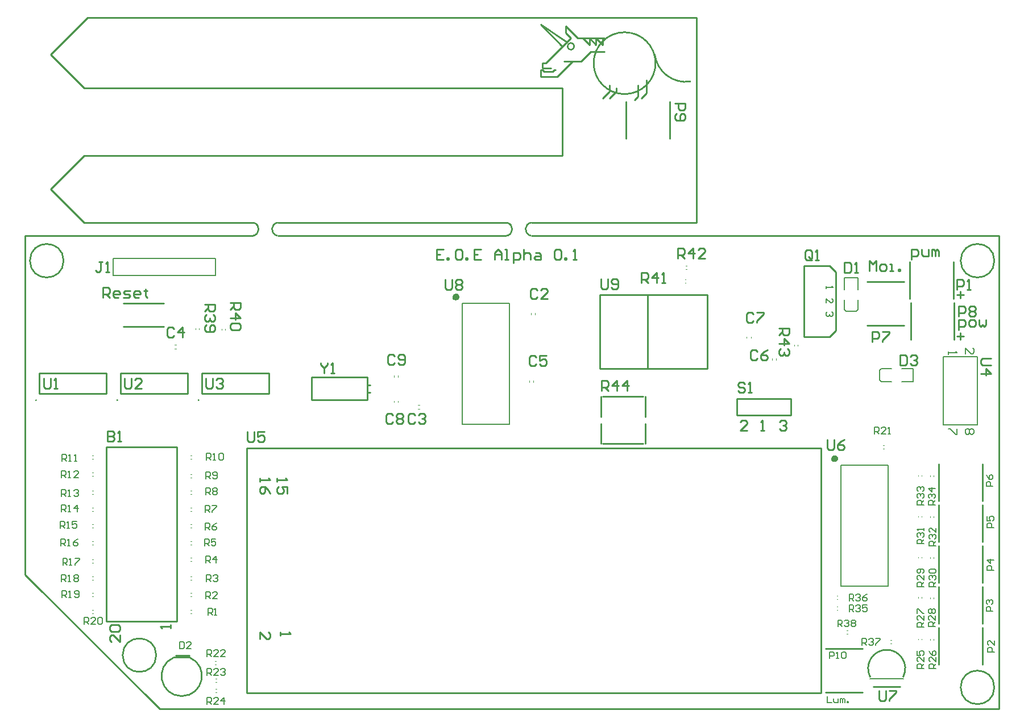
<source format=gto>
%FSLAX44Y44*%
%MOMM*%
G71*
G01*
G75*
G04 Layer_Color=65535*
%ADD10R,1.4000X1.3000*%
%ADD11R,1.0000X1.1000*%
%ADD12R,0.6000X1.5500*%
%ADD13R,1.1000X1.0000*%
%ADD14R,2.0000X0.6000*%
%ADD15R,6.1000X10.1600*%
%ADD16R,3.0000X2.3000*%
%ADD17R,2.0000X0.7000*%
%ADD18R,1.3000X1.4000*%
%ADD19C,0.2540*%
%ADD20C,0.5000*%
%ADD21C,1.5000*%
%ADD22C,1.0000*%
%ADD23C,0.7000*%
%ADD24C,7.0000*%
%ADD25C,0.4000*%
%ADD26C,2.0000*%
%ADD27C,2.0000*%
%ADD28R,1.6000X1.6000*%
%ADD29R,1.6000X1.6000*%
%ADD30C,1.8000*%
%ADD31C,1.5000*%
%ADD32R,1.5000X1.5000*%
%ADD33O,2.0000X1.1000*%
%ADD34O,1.0000X2.0000*%
%ADD35C,0.5000*%
%ADD36C,1.2000*%
%ADD37C,2.5000*%
%ADD38R,1.5000X1.5000*%
%ADD39C,2.2000*%
%ADD40O,1.5000X0.7500*%
%ADD41C,0.9000*%
%ADD42C,1.2700*%
%ADD43C,0.2000*%
%ADD44C,0.1000*%
%ADD45C,0.2032*%
D19*
X817500Y987500D02*
G03*
X817500Y987500I-5000J0D01*
G01*
X938598Y962500D02*
G03*
X938598Y962500I-46098J0D01*
G01*
X937500Y975000D02*
G03*
X990000Y935000I46250J6250D01*
G01*
X221299Y76616D02*
G03*
X244632Y76661I11720J-27616D01*
G01*
X1307500Y48000D02*
G03*
X1258000Y48000I-24750J12344D01*
G01*
X16050Y460000D02*
G03*
X16050Y460000I-50J0D01*
G01*
X137050Y460000D02*
G03*
X137050Y460000I-50J0D01*
G01*
X258050D02*
G03*
X258050Y460000I-50J0D01*
G01*
X195000Y80000D02*
G03*
X195000Y80000I-25000J0D01*
G01*
X57000Y668000D02*
G03*
X57000Y668000I-25000J0D01*
G01*
X1443000D02*
G03*
X1443000Y668000I-25000J0D01*
G01*
Y32000D02*
G03*
X1443000Y32000I-25000J0D01*
G01*
X1382500Y611000D02*
Y666000D01*
X1317500Y611000D02*
Y666000D01*
X1360500Y66000D02*
Y121000D01*
X1425500Y66000D02*
Y121000D01*
Y127000D02*
Y182000D01*
X1360500Y127000D02*
Y182000D01*
X1360500Y188000D02*
Y243000D01*
X1425500Y188000D02*
Y243000D01*
Y249000D02*
Y304000D01*
X1360500Y249000D02*
Y304000D01*
Y310000D02*
Y365000D01*
X1425500Y310000D02*
Y365000D01*
X1254000Y636500D02*
X1309000D01*
X1254000Y571500D02*
X1309000D01*
X1318500Y550000D02*
Y605000D01*
X1383500Y550000D02*
Y605000D01*
X960000Y850000D02*
Y905000D01*
X895000Y850000D02*
Y905000D01*
X1192000Y89500D02*
X1247000D01*
X1192000Y24500D02*
X1247000D01*
X1060000Y437500D02*
X1140000D01*
X1060000D02*
Y462500D01*
X1140000D01*
Y437500D02*
Y462500D01*
X835000Y1000000D02*
X862500D01*
X805000Y1017500D02*
X822500Y1000000D01*
X835000D01*
X805000Y1007500D02*
Y1017500D01*
Y1007500D02*
X812500Y1000000D01*
X775000Y962500D02*
X812500Y1000000D01*
X770000Y962500D02*
X775000D01*
X770000Y955000D02*
Y962500D01*
Y955000D02*
X782500D01*
X802500Y952500D02*
Y952500D01*
X830000Y1000000D02*
X840000Y990000D01*
Y1000000D01*
X850000Y990000D01*
Y1000000D01*
X860000Y990000D01*
Y1000000D01*
X767500Y942500D02*
X792500D01*
X802500Y952500D01*
X767500Y942500D02*
Y952500D01*
X770000D01*
X772500Y950000D01*
X785000D01*
X787500Y952500D01*
X790000D01*
X827500Y965000D02*
X842500Y980000D01*
X862500D01*
X802500Y952500D02*
X815000Y965000D01*
X802500D02*
X815000D01*
X827500D01*
X912500Y912500D02*
Y930000D01*
X907500Y907500D02*
X912500Y912500D01*
X925000Y917500D02*
Y937500D01*
X917500Y910000D02*
X925000Y917500D01*
X870000Y920000D02*
Y930000D01*
X860000Y910000D02*
X870000Y920000D01*
X880000D02*
Y925000D01*
X870000Y910000D02*
X880000Y920000D01*
X800000Y987500D02*
Y987500D01*
X767500Y1020000D02*
X800000Y987500D01*
X767500Y1020000D02*
X806731Y993846D01*
X221299Y76731D02*
X244632D01*
X224000Y80000D02*
X244000D01*
X1263000Y33000D02*
X1303000D01*
X21000Y500000D02*
X121000D01*
Y470000D02*
Y500000D01*
X21000Y470000D02*
X121000D01*
X21000D02*
Y500000D01*
X142000Y500000D02*
X242000D01*
Y470000D02*
Y500000D01*
X142000Y470000D02*
X242000D01*
X142000D02*
Y500000D01*
X263000D02*
X363000D01*
Y470000D02*
Y500000D01*
X263000Y470000D02*
X363000D01*
X263000D02*
Y500000D01*
X857000Y395250D02*
Y425000D01*
X923000Y395000D02*
Y425000D01*
X857000Y435000D02*
Y465250D01*
X923000Y435000D02*
Y465250D01*
X860000Y395250D02*
X920000D01*
X860000Y465250D02*
X920000D01*
X1015400Y507000D02*
Y617000D01*
X856000D02*
X1015400D01*
X856000Y507000D02*
X1015400D01*
X856000D02*
Y617000D01*
X926500Y507000D02*
Y617000D01*
X146000Y604500D02*
X206000D01*
X146000Y569500D02*
X206000D01*
X1184600Y24000D02*
Y389000D01*
X329600D02*
X1184600D01*
X329600Y24000D02*
X1184600D01*
X329600Y24000D02*
Y389000D01*
X121000Y130000D02*
X226000D01*
X121000D02*
Y390000D01*
X226000D01*
Y130000D02*
Y390000D01*
X426000Y460500D02*
Y494500D01*
X509000Y482500D02*
X514000D01*
X509000Y471900D02*
X514000D01*
X426500Y460500D02*
X509000D01*
X426500Y494500D02*
X509000D01*
Y469000D02*
Y486000D01*
Y460500D02*
Y469000D01*
Y486000D02*
Y494500D01*
X1206700Y564200D02*
Y651000D01*
X1197300Y554800D02*
X1206700Y564200D01*
X1159800Y554800D02*
X1197300D01*
X1197500Y660200D02*
X1206700Y651000D01*
X1159800Y660200D02*
X1197500D01*
X1159800Y554800D02*
Y660200D01*
X1387500Y555118D02*
X1397657D01*
X1392578Y560196D02*
Y550039D01*
X1387500Y617617D02*
X1397657D01*
X1392578Y622696D02*
Y612539D01*
X622657Y685235D02*
X612500D01*
Y670000D01*
X622657D01*
X612500Y677617D02*
X617578D01*
X627735Y670000D02*
Y672539D01*
X630274D01*
Y670000D01*
X627735D01*
X648048Y685235D02*
X642970D01*
X640431Y682696D01*
Y672539D01*
X642970Y670000D01*
X648048D01*
X650588Y672539D01*
Y682696D01*
X648048Y685235D01*
X655666Y670000D02*
Y672539D01*
X658205D01*
Y670000D01*
X655666D01*
X678519Y685235D02*
X668362D01*
Y670000D01*
X678519D01*
X668362Y677617D02*
X673440D01*
X698832Y670000D02*
Y680157D01*
X703910Y685235D01*
X708989Y680157D01*
Y670000D01*
Y677617D01*
X698832D01*
X714067Y670000D02*
X719146D01*
X716606D01*
Y685235D01*
X714067D01*
X726763Y664922D02*
Y680157D01*
X734380D01*
X736920Y677617D01*
Y672539D01*
X734380Y670000D01*
X726763D01*
X741998Y685235D02*
Y670000D01*
Y677617D01*
X744537Y680157D01*
X749616D01*
X752155Y677617D01*
Y670000D01*
X759772Y680157D02*
X764851D01*
X767390Y677617D01*
Y670000D01*
X759772D01*
X757233Y672539D01*
X759772Y675078D01*
X767390D01*
X787703Y682696D02*
X790242Y685235D01*
X795321D01*
X797860Y682696D01*
Y672539D01*
X795321Y670000D01*
X790242D01*
X787703Y672539D01*
Y682696D01*
X802938Y670000D02*
Y672539D01*
X805478D01*
Y670000D01*
X802938D01*
X815634D02*
X820713D01*
X818173D01*
Y685235D01*
X815634Y682696D01*
X1075157Y415000D02*
X1065000D01*
X1075157Y425157D01*
Y427696D01*
X1072617Y430235D01*
X1067539D01*
X1065000Y427696D01*
X1095470Y415000D02*
X1100548D01*
X1098009D01*
Y430235D01*
X1095470Y427696D01*
X1123401D02*
X1125940Y430235D01*
X1131019D01*
X1133558Y427696D01*
Y425157D01*
X1131019Y422617D01*
X1128480D01*
X1131019D01*
X1133558Y420078D01*
Y417539D01*
X1131019Y415000D01*
X1125940D01*
X1123401Y417539D01*
X1220000Y665235D02*
Y650000D01*
X1227617D01*
X1230157Y652539D01*
Y662696D01*
X1227617Y665235D01*
X1220000D01*
X1235235Y650000D02*
X1240313D01*
X1237774D01*
Y665235D01*
X1235235Y662696D01*
X1194562Y401315D02*
Y388619D01*
X1197101Y386080D01*
X1202179D01*
X1204719Y388619D01*
Y401315D01*
X1219954D02*
X1214875Y398776D01*
X1209797Y393698D01*
Y388619D01*
X1212336Y386080D01*
X1217415D01*
X1219954Y388619D01*
Y391158D01*
X1217415Y393698D01*
X1209797D01*
X858266Y474218D02*
Y489453D01*
X865883D01*
X868423Y486914D01*
Y481836D01*
X865883Y479296D01*
X858266D01*
X863344D02*
X868423Y474218D01*
X881119D02*
Y489453D01*
X873501Y481836D01*
X883658D01*
X896354Y474218D02*
Y489453D01*
X888736Y481836D01*
X898893D01*
X1437735Y522500D02*
X1425039D01*
X1422500Y519961D01*
Y514883D01*
X1425039Y512343D01*
X1437735D01*
X1422500Y499647D02*
X1437735D01*
X1430117Y507265D01*
Y497108D01*
X440000Y515235D02*
Y512696D01*
X445078Y507617D01*
X450157Y512696D01*
Y515235D01*
X445078Y507617D02*
Y500000D01*
X455235D02*
X460313D01*
X457774D01*
Y515235D01*
X455235Y512696D01*
X857250Y641091D02*
Y628395D01*
X859789Y625856D01*
X864867D01*
X867407Y628395D01*
Y641091D01*
X872485Y628395D02*
X875024Y625856D01*
X880103D01*
X882642Y628395D01*
Y638552D01*
X880103Y641091D01*
X875024D01*
X872485Y638552D01*
Y636013D01*
X875024Y633474D01*
X882642D01*
X625000Y640235D02*
Y627539D01*
X627539Y625000D01*
X632617D01*
X635157Y627539D01*
Y640235D01*
X640235Y637696D02*
X642774Y640235D01*
X647853D01*
X650392Y637696D01*
Y635157D01*
X647853Y632617D01*
X650392Y630078D01*
Y627539D01*
X647853Y625000D01*
X642774D01*
X640235Y627539D01*
Y630078D01*
X642774Y632617D01*
X640235Y635157D01*
Y637696D01*
X642774Y632617D02*
X647853D01*
X1271000Y27235D02*
Y14539D01*
X1273539Y12000D01*
X1278617D01*
X1281157Y14539D01*
Y27235D01*
X1286235D02*
X1296392D01*
Y24696D01*
X1286235Y14539D01*
Y12000D01*
X330962Y412999D02*
Y400303D01*
X333501Y397764D01*
X338579D01*
X341119Y400303D01*
Y412999D01*
X356354D02*
X346197D01*
Y405382D01*
X351275Y407921D01*
X353815D01*
X356354Y405382D01*
Y400303D01*
X353815Y397764D01*
X348736D01*
X346197Y400303D01*
X268500Y492735D02*
Y480039D01*
X271039Y477500D01*
X276117D01*
X278657Y480039D01*
Y492735D01*
X283735Y490196D02*
X286274Y492735D01*
X291353D01*
X293892Y490196D01*
Y487657D01*
X291353Y485117D01*
X288813D01*
X291353D01*
X293892Y482578D01*
Y480039D01*
X291353Y477500D01*
X286274D01*
X283735Y480039D01*
X147500Y492735D02*
Y480039D01*
X150039Y477500D01*
X155118D01*
X157657Y480039D01*
Y492735D01*
X172892Y477500D02*
X162735D01*
X172892Y487657D01*
Y490196D01*
X170353Y492735D01*
X165274D01*
X162735Y490196D01*
X27500Y492735D02*
Y480039D01*
X30039Y477500D01*
X35117D01*
X37657Y480039D01*
Y492735D01*
X42735Y477500D02*
X47813D01*
X45274D01*
Y492735D01*
X42735Y490196D01*
X1071369Y484120D02*
X1068829Y486659D01*
X1063751D01*
X1061212Y484120D01*
Y481581D01*
X1063751Y479041D01*
X1068829D01*
X1071369Y476502D01*
Y473963D01*
X1068829Y471424D01*
X1063751D01*
X1061212Y473963D01*
X1076447Y471424D02*
X1081525D01*
X1078986D01*
Y486659D01*
X1076447Y484120D01*
X115570Y613410D02*
Y628645D01*
X123188D01*
X125727Y626106D01*
Y621027D01*
X123188Y618488D01*
X115570D01*
X120648D02*
X125727Y613410D01*
X138423D02*
X133344D01*
X130805Y615949D01*
Y621027D01*
X133344Y623567D01*
X138423D01*
X140962Y621027D01*
Y618488D01*
X130805D01*
X146040Y613410D02*
X153658D01*
X156197Y615949D01*
X153658Y618488D01*
X148579D01*
X146040Y621027D01*
X148579Y623567D01*
X156197D01*
X168893Y613410D02*
X163814D01*
X161275Y615949D01*
Y621027D01*
X163814Y623567D01*
X168893D01*
X171432Y621027D01*
Y618488D01*
X161275D01*
X179049Y626106D02*
Y623567D01*
X176510D01*
X181589D01*
X179049D01*
Y615949D01*
X181589Y613410D01*
X1122500Y567500D02*
X1137735D01*
Y559883D01*
X1135196Y557343D01*
X1130117D01*
X1127578Y559883D01*
Y567500D01*
Y562422D02*
X1122500Y557343D01*
Y544647D02*
X1137735D01*
X1130117Y552265D01*
Y542108D01*
X1135196Y537030D02*
X1137735Y534491D01*
Y529412D01*
X1135196Y526873D01*
X1132657D01*
X1130117Y529412D01*
Y531951D01*
Y529412D01*
X1127578Y526873D01*
X1125039D01*
X1122500Y529412D01*
Y534491D01*
X1125039Y537030D01*
X971550Y671068D02*
Y686303D01*
X979167D01*
X981707Y683764D01*
Y678686D01*
X979167Y676146D01*
X971550D01*
X976628D02*
X981707Y671068D01*
X994403D02*
Y686303D01*
X986785Y678686D01*
X996942D01*
X1012177Y671068D02*
X1002020D01*
X1012177Y681225D01*
Y683764D01*
X1009638Y686303D01*
X1004559D01*
X1002020Y683764D01*
X917500Y635000D02*
Y650235D01*
X925117D01*
X927657Y647696D01*
Y642617D01*
X925117Y640078D01*
X917500D01*
X922578D02*
X927657Y635000D01*
X940353D02*
Y650235D01*
X932735Y642617D01*
X942892D01*
X947970Y635000D02*
X953048D01*
X950509D01*
Y650235D01*
X947970Y647696D01*
X305000Y605000D02*
X320235D01*
Y597383D01*
X317696Y594843D01*
X312617D01*
X310078Y597383D01*
Y605000D01*
Y599922D02*
X305000Y594843D01*
Y582147D02*
X320235D01*
X312617Y589765D01*
Y579608D01*
X317696Y574530D02*
X320235Y571991D01*
Y566912D01*
X317696Y564373D01*
X307539D01*
X305000Y566912D01*
Y571991D01*
X307539Y574530D01*
X317696D01*
X267500Y602500D02*
X282735D01*
Y594883D01*
X280196Y592343D01*
X275117D01*
X272578Y594883D01*
Y602500D01*
Y597422D02*
X267500Y592343D01*
X280196Y587265D02*
X282735Y584726D01*
Y579647D01*
X280196Y577108D01*
X277657D01*
X275117Y579647D01*
Y582187D01*
Y579647D01*
X272578Y577108D01*
X270039D01*
X267500Y579647D01*
Y584726D01*
X270039Y587265D01*
Y572030D02*
X267500Y569491D01*
Y564412D01*
X270039Y561873D01*
X280196D01*
X282735Y564412D01*
Y569491D01*
X280196Y572030D01*
X277657D01*
X275117Y569491D01*
Y561873D01*
X1171191Y671575D02*
Y681732D01*
X1168652Y684271D01*
X1163573D01*
X1161034Y681732D01*
Y671575D01*
X1163573Y669036D01*
X1168652D01*
X1166112Y674114D02*
X1171191Y669036D01*
X1168652D02*
X1171191Y671575D01*
X1176269Y669036D02*
X1181347D01*
X1178808D01*
Y684271D01*
X1176269Y681732D01*
X967500Y902500D02*
X982735D01*
Y894883D01*
X980196Y892343D01*
X975117D01*
X972578Y894883D01*
Y902500D01*
X970039Y887265D02*
X967500Y884726D01*
Y879647D01*
X970039Y877108D01*
X980196D01*
X982735Y879647D01*
Y884726D01*
X980196Y887265D01*
X977657D01*
X975117Y884726D01*
Y877108D01*
X1390000Y585000D02*
Y600235D01*
X1397617D01*
X1400157Y597696D01*
Y592617D01*
X1397617Y590078D01*
X1390000D01*
X1405235Y597696D02*
X1407774Y600235D01*
X1412853D01*
X1415392Y597696D01*
Y595157D01*
X1412853Y592617D01*
X1415392Y590078D01*
Y587539D01*
X1412853Y585000D01*
X1407774D01*
X1405235Y587539D01*
Y590078D01*
X1407774Y592617D01*
X1405235Y595157D01*
Y597696D01*
X1407774Y592617D02*
X1412853D01*
X1261000Y547000D02*
Y562235D01*
X1268617D01*
X1271157Y559696D01*
Y554618D01*
X1268617Y552078D01*
X1261000D01*
X1276235Y562235D02*
X1286392D01*
Y559696D01*
X1276235Y549539D01*
Y547000D01*
X1387500Y625000D02*
Y640235D01*
X1395117D01*
X1397657Y637696D01*
Y632617D01*
X1395117Y630078D01*
X1387500D01*
X1402735Y625000D02*
X1407813D01*
X1405274D01*
Y640235D01*
X1402735Y637696D01*
X115157Y666235D02*
X110078D01*
X112618D01*
Y653539D01*
X110078Y651000D01*
X107539D01*
X105000Y653539D01*
X120235Y651000D02*
X125313D01*
X122774D01*
Y666235D01*
X120235Y663696D01*
X1302500Y527735D02*
Y512500D01*
X1310117D01*
X1312657Y515039D01*
Y525196D01*
X1310117Y527735D01*
X1302500D01*
X1317735Y525196D02*
X1320274Y527735D01*
X1325353D01*
X1327892Y525196D01*
Y522657D01*
X1325353Y520117D01*
X1322813D01*
X1325353D01*
X1327892Y517578D01*
Y515039D01*
X1325353Y512500D01*
X1320274D01*
X1317735Y515039D01*
X549657Y526196D02*
X547118Y528735D01*
X542039D01*
X539500Y526196D01*
Y516039D01*
X542039Y513500D01*
X547118D01*
X549657Y516039D01*
X554735D02*
X557274Y513500D01*
X562353D01*
X564892Y516039D01*
Y526196D01*
X562353Y528735D01*
X557274D01*
X554735Y526196D01*
Y523657D01*
X557274Y521118D01*
X564892D01*
X547657Y437696D02*
X545117Y440235D01*
X540039D01*
X537500Y437696D01*
Y427539D01*
X540039Y425000D01*
X545117D01*
X547657Y427539D01*
X552735Y437696D02*
X555274Y440235D01*
X560353D01*
X562892Y437696D01*
Y435157D01*
X560353Y432617D01*
X562892Y430078D01*
Y427539D01*
X560353Y425000D01*
X555274D01*
X552735Y427539D01*
Y430078D01*
X555274Y432617D01*
X552735Y435157D01*
Y437696D01*
X555274Y432617D02*
X560353D01*
X1084069Y588768D02*
X1081529Y591307D01*
X1076451D01*
X1073912Y588768D01*
Y578611D01*
X1076451Y576072D01*
X1081529D01*
X1084069Y578611D01*
X1089147Y591307D02*
X1099304D01*
Y588768D01*
X1089147Y578611D01*
Y576072D01*
X1090157Y532696D02*
X1087617Y535235D01*
X1082539D01*
X1080000Y532696D01*
Y522539D01*
X1082539Y520000D01*
X1087617D01*
X1090157Y522539D01*
X1105392Y535235D02*
X1100313Y532696D01*
X1095235Y527617D01*
Y522539D01*
X1097774Y520000D01*
X1102853D01*
X1105392Y522539D01*
Y525078D01*
X1102853Y527617D01*
X1095235D01*
X760727Y523744D02*
X758187Y526283D01*
X753109D01*
X750570Y523744D01*
Y513587D01*
X753109Y511048D01*
X758187D01*
X760727Y513587D01*
X775962Y526283D02*
X765805D01*
Y518666D01*
X770883Y521205D01*
X773423D01*
X775962Y518666D01*
Y513587D01*
X773423Y511048D01*
X768344D01*
X765805Y513587D01*
X221231Y566416D02*
X218692Y568955D01*
X213613D01*
X211074Y566416D01*
Y556259D01*
X213613Y553720D01*
X218692D01*
X221231Y556259D01*
X233927Y553720D02*
Y568955D01*
X226309Y561338D01*
X236466D01*
X580157Y437696D02*
X577617Y440235D01*
X572539D01*
X570000Y437696D01*
Y427539D01*
X572539Y425000D01*
X577617D01*
X580157Y427539D01*
X585235Y437696D02*
X587774Y440235D01*
X592853D01*
X595392Y437696D01*
Y435157D01*
X592853Y432617D01*
X590313D01*
X592853D01*
X595392Y430078D01*
Y427539D01*
X592853Y425000D01*
X587774D01*
X585235Y427539D01*
X762759Y623820D02*
X760219Y626359D01*
X755141D01*
X752602Y623820D01*
Y613663D01*
X755141Y611124D01*
X760219D01*
X762759Y613663D01*
X777994Y611124D02*
X767837D01*
X777994Y621281D01*
Y623820D01*
X775455Y626359D01*
X770376D01*
X767837Y623820D01*
X122174Y414015D02*
Y398780D01*
X129791D01*
X132331Y401319D01*
Y403858D01*
X129791Y406398D01*
X122174D01*
X129791D01*
X132331Y408937D01*
Y411476D01*
X129791Y414015D01*
X122174D01*
X137409Y398780D02*
X142487D01*
X139948D01*
Y414015D01*
X137409Y411476D01*
X1390000Y564922D02*
Y580157D01*
X1397617D01*
X1400157Y577617D01*
Y572539D01*
X1397617Y570000D01*
X1390000D01*
X1407774D02*
X1412853D01*
X1415392Y572539D01*
Y577617D01*
X1412853Y580157D01*
X1407774D01*
X1405235Y577617D01*
Y572539D01*
X1407774Y570000D01*
X1420470Y580157D02*
Y572539D01*
X1423009Y570000D01*
X1425549Y572539D01*
X1428088Y570000D01*
X1430627Y572539D01*
Y580157D01*
X1320000Y669922D02*
Y685157D01*
X1327617D01*
X1330157Y682617D01*
Y677539D01*
X1327617Y675000D01*
X1320000D01*
X1335235Y685157D02*
Y677539D01*
X1337774Y675000D01*
X1345392D01*
Y685157D01*
X1350470Y675000D02*
Y685157D01*
X1353009D01*
X1355549Y682617D01*
Y675000D01*
Y682617D01*
X1358088Y685157D01*
X1360627Y682617D01*
Y675000D01*
X1257000Y653000D02*
Y668235D01*
X1262078Y663157D01*
X1267157Y668235D01*
Y653000D01*
X1274774D02*
X1279853D01*
X1282392Y655539D01*
Y660618D01*
X1279853Y663157D01*
X1274774D01*
X1272235Y660618D01*
Y655539D01*
X1274774Y653000D01*
X1287470D02*
X1292549D01*
X1290009D01*
Y663157D01*
X1287470D01*
X1300166Y653000D02*
Y655539D01*
X1302705D01*
Y653000D01*
X1300166D01*
X379600Y114000D02*
Y108922D01*
Y111461D01*
X394835D01*
X392296Y114000D01*
X349600Y103843D02*
Y114000D01*
X359757Y103843D01*
X362296D01*
X364835Y106383D01*
Y111461D01*
X362296Y114000D01*
X374600Y344000D02*
Y338922D01*
Y341461D01*
X389835D01*
X387296Y344000D01*
X389835Y321147D02*
Y331304D01*
X382217D01*
X384757Y326226D01*
Y323687D01*
X382217Y321147D01*
X377139D01*
X374600Y323687D01*
Y328765D01*
X377139Y331304D01*
X349600Y344000D02*
Y338922D01*
Y341461D01*
X364835D01*
X362296Y344000D01*
X364835Y321147D02*
X362296Y326226D01*
X357217Y331304D01*
X352139D01*
X349600Y328765D01*
Y323687D01*
X352139Y321147D01*
X354678D01*
X357217Y323687D01*
Y331304D01*
X216000Y120000D02*
Y125078D01*
Y122539D01*
X200765D01*
X203304Y120000D01*
X141000Y110157D02*
Y100000D01*
X130843Y110157D01*
X128304D01*
X125765Y107618D01*
Y102539D01*
X128304Y100000D01*
Y115235D02*
X125765Y117774D01*
Y122853D01*
X128304Y125392D01*
X138461D01*
X141000Y122853D01*
Y117774D01*
X138461Y115235D01*
X128304D01*
X338805Y705086D02*
G03*
X340088Y724659I-1305J9914D01*
G01*
X376195Y724914D02*
G03*
X374912Y705341I1305J-9914D01*
G01*
X753781Y724914D02*
G03*
X752498Y705341I1305J-9914D01*
G01*
X716392Y705086D02*
G03*
X717674Y724659I-1305J9914D01*
G01*
X-0Y200000D02*
Y705000D01*
Y200000D02*
X200000Y0D01*
X1450000D01*
Y705000D01*
X1450000Y705000D02*
X1450000Y705000D01*
X1000000Y705000D02*
X1450000D01*
X999915Y705086D02*
X1000000Y705000D01*
X753695Y705086D02*
X999915D01*
X753695Y724914D02*
X999914D01*
X1000000Y725000D01*
Y1030000D01*
X92500D02*
X1000000D01*
X37500Y975000D02*
X92500Y1030000D01*
X37500Y975000D02*
X87500Y925000D01*
X800000D01*
Y825000D02*
Y925000D01*
X87500Y825000D02*
X800000D01*
X37500Y775000D02*
X87500Y825000D01*
X37500Y775000D02*
X87500Y725000D01*
X339853D01*
X86Y705086D02*
X338805D01*
X-0Y705000D02*
X86Y705086D01*
X376195Y724914D02*
X717439D01*
X376195Y705086D02*
X716305D01*
D22*
X1205500Y373000D02*
G03*
X1205500Y373000I-500J0D01*
G01*
X641500Y614000D02*
G03*
X641500Y614000I-500J0D01*
G01*
D43*
X1367300Y423600D02*
Y525200D01*
X1418100Y423600D02*
Y525200D01*
X1367300D02*
X1418100D01*
X1367300Y423600D02*
X1418100D01*
X1240000Y595000D02*
Y610000D01*
X1237500Y592500D02*
X1240000Y595000D01*
X1222500Y592500D02*
X1237500D01*
X1220000Y595000D02*
X1222500Y592500D01*
X1220000Y595000D02*
Y610000D01*
X1240000Y625000D02*
Y642500D01*
X1220000D02*
X1240000D01*
X1220000Y625000D02*
Y642500D01*
X1258000Y44550D02*
X1307500D01*
X1215000Y182850D02*
Y363450D01*
X1285000Y182850D02*
Y363450D01*
X1215000D02*
X1285000D01*
X1215000Y183000D02*
X1285000Y182850D01*
X131300Y646300D02*
Y671700D01*
X283700Y646300D02*
Y671700D01*
X131300Y646300D02*
X283700D01*
X131300Y671700D02*
X283700D01*
X651000Y424000D02*
X721000Y423850D01*
X651000Y604450D02*
X721000D01*
Y423850D02*
Y604450D01*
X651000Y423850D02*
Y604450D01*
X1275000Y487500D02*
X1290000D01*
X1272500Y490000D02*
X1275000Y487500D01*
X1272500Y490000D02*
Y505000D01*
X1275000Y507500D01*
X1290000D01*
X1305000Y487500D02*
X1322500D01*
Y507500D01*
X1305000D02*
X1322500D01*
X1210000Y122500D02*
Y132497D01*
X1214998D01*
X1216665Y130831D01*
Y127498D01*
X1214998Y125832D01*
X1210000D01*
X1213332D02*
X1216665Y122500D01*
X1219997Y130831D02*
X1221663Y132497D01*
X1224995D01*
X1226661Y130831D01*
Y129164D01*
X1224995Y127498D01*
X1223329D01*
X1224995D01*
X1226661Y125832D01*
Y124166D01*
X1224995Y122500D01*
X1221663D01*
X1219997Y124166D01*
X1229994Y130831D02*
X1231660Y132497D01*
X1234992D01*
X1236658Y130831D01*
Y129164D01*
X1234992Y127498D01*
X1236658Y125832D01*
Y124166D01*
X1234992Y122500D01*
X1231660D01*
X1229994Y124166D01*
Y125832D01*
X1231660Y127498D01*
X1229994Y129164D01*
Y130831D01*
X1231660Y127498D02*
X1234992D01*
X1246000Y95000D02*
Y104997D01*
X1250998D01*
X1252664Y103331D01*
Y99998D01*
X1250998Y98332D01*
X1246000D01*
X1249332D02*
X1252664Y95000D01*
X1255997Y103331D02*
X1257663Y104997D01*
X1260995D01*
X1262661Y103331D01*
Y101664D01*
X1260995Y99998D01*
X1259329D01*
X1260995D01*
X1262661Y98332D01*
Y96666D01*
X1260995Y95000D01*
X1257663D01*
X1255997Y96666D01*
X1265994Y104997D02*
X1272658D01*
Y103331D01*
X1265994Y96666D01*
Y95000D01*
X1227000Y161000D02*
Y170997D01*
X1231998D01*
X1233664Y169331D01*
Y165998D01*
X1231998Y164332D01*
X1227000D01*
X1230332D02*
X1233664Y161000D01*
X1236997Y169331D02*
X1238663Y170997D01*
X1241995D01*
X1243661Y169331D01*
Y167665D01*
X1241995Y165998D01*
X1240329D01*
X1241995D01*
X1243661Y164332D01*
Y162666D01*
X1241995Y161000D01*
X1238663D01*
X1236997Y162666D01*
X1253658Y170997D02*
X1250326Y169331D01*
X1246994Y165998D01*
Y162666D01*
X1248660Y161000D01*
X1251992D01*
X1253658Y162666D01*
Y164332D01*
X1251992Y165998D01*
X1246994D01*
X1227000Y145000D02*
Y154997D01*
X1231998D01*
X1233664Y153331D01*
Y149998D01*
X1231998Y148332D01*
X1227000D01*
X1230332D02*
X1233664Y145000D01*
X1236997Y153331D02*
X1238663Y154997D01*
X1241995D01*
X1243661Y153331D01*
Y151664D01*
X1241995Y149998D01*
X1240329D01*
X1241995D01*
X1243661Y148332D01*
Y146666D01*
X1241995Y145000D01*
X1238663D01*
X1236997Y146666D01*
X1253658Y154997D02*
X1246994D01*
Y149998D01*
X1250326Y151664D01*
X1251992D01*
X1253658Y149998D01*
Y146666D01*
X1251992Y145000D01*
X1248660D01*
X1246994Y146666D01*
X1355000Y303750D02*
X1345003D01*
Y308748D01*
X1346669Y310415D01*
X1350002D01*
X1351668Y308748D01*
Y303750D01*
Y307082D02*
X1355000Y310415D01*
X1346669Y313747D02*
X1345003Y315413D01*
Y318745D01*
X1346669Y320411D01*
X1348336D01*
X1350002Y318745D01*
Y317079D01*
Y318745D01*
X1351668Y320411D01*
X1353334D01*
X1355000Y318745D01*
Y315413D01*
X1353334Y313747D01*
X1355000Y328742D02*
X1345003D01*
X1350002Y323744D01*
Y330408D01*
X1338000Y304000D02*
X1328003D01*
Y308998D01*
X1329669Y310665D01*
X1333002D01*
X1334668Y308998D01*
Y304000D01*
Y307332D02*
X1338000Y310665D01*
X1329669Y313997D02*
X1328003Y315663D01*
Y318995D01*
X1329669Y320661D01*
X1331335D01*
X1333002Y318995D01*
Y317329D01*
Y318995D01*
X1334668Y320661D01*
X1336334D01*
X1338000Y318995D01*
Y315663D01*
X1336334Y313997D01*
X1329669Y323994D02*
X1328003Y325660D01*
Y328992D01*
X1329669Y330658D01*
X1331335D01*
X1333002Y328992D01*
Y327326D01*
Y328992D01*
X1334668Y330658D01*
X1336334D01*
X1338000Y328992D01*
Y325660D01*
X1336334Y323994D01*
X1356000Y243000D02*
X1346003D01*
Y247998D01*
X1347669Y249664D01*
X1351002D01*
X1352668Y247998D01*
Y243000D01*
Y246332D02*
X1356000Y249664D01*
X1347669Y252997D02*
X1346003Y254663D01*
Y257995D01*
X1347669Y259661D01*
X1349335D01*
X1351002Y257995D01*
Y256329D01*
Y257995D01*
X1352668Y259661D01*
X1354334D01*
X1356000Y257995D01*
Y254663D01*
X1354334Y252997D01*
X1356000Y269658D02*
Y262994D01*
X1349335Y269658D01*
X1347669D01*
X1346003Y267992D01*
Y264660D01*
X1347669Y262994D01*
X1338000Y246000D02*
X1328003D01*
Y250998D01*
X1329669Y252665D01*
X1333002D01*
X1334668Y250998D01*
Y246000D01*
Y249332D02*
X1338000Y252665D01*
X1329669Y255997D02*
X1328003Y257663D01*
Y260995D01*
X1329669Y262661D01*
X1331335D01*
X1333002Y260995D01*
Y259329D01*
Y260995D01*
X1334668Y262661D01*
X1336334D01*
X1338000Y260995D01*
Y257663D01*
X1336334Y255997D01*
X1338000Y265994D02*
Y269326D01*
Y267660D01*
X1328003D01*
X1329669Y265994D01*
X1356000Y182000D02*
X1346003D01*
Y186998D01*
X1347669Y188664D01*
X1351002D01*
X1352668Y186998D01*
Y182000D01*
Y185332D02*
X1356000Y188664D01*
X1347669Y191997D02*
X1346003Y193663D01*
Y196995D01*
X1347669Y198661D01*
X1349335D01*
X1351002Y196995D01*
Y195329D01*
Y196995D01*
X1352668Y198661D01*
X1354334D01*
X1356000Y196995D01*
Y193663D01*
X1354334Y191997D01*
X1347669Y201994D02*
X1346003Y203660D01*
Y206992D01*
X1347669Y208658D01*
X1354334D01*
X1356000Y206992D01*
Y203660D01*
X1354334Y201994D01*
X1347669D01*
X1338000Y182000D02*
X1328003D01*
Y186998D01*
X1329669Y188664D01*
X1333002D01*
X1334668Y186998D01*
Y182000D01*
Y185332D02*
X1338000Y188664D01*
Y198661D02*
Y191997D01*
X1331335Y198661D01*
X1329669D01*
X1328003Y196995D01*
Y193663D01*
X1329669Y191997D01*
X1336334Y201994D02*
X1338000Y203660D01*
Y206992D01*
X1336334Y208658D01*
X1329669D01*
X1328003Y206992D01*
Y203660D01*
X1329669Y201994D01*
X1331335D01*
X1333002Y203660D01*
Y208658D01*
X1355000Y122500D02*
X1345003D01*
Y127498D01*
X1346669Y129164D01*
X1350002D01*
X1351668Y127498D01*
Y122500D01*
Y125832D02*
X1355000Y129164D01*
Y139161D02*
Y132497D01*
X1348336Y139161D01*
X1346669D01*
X1345003Y137495D01*
Y134163D01*
X1346669Y132497D01*
Y142494D02*
X1345003Y144160D01*
Y147492D01*
X1346669Y149158D01*
X1348336D01*
X1350002Y147492D01*
X1351668Y149158D01*
X1353334D01*
X1355000Y147492D01*
Y144160D01*
X1353334Y142494D01*
X1351668D01*
X1350002Y144160D01*
X1348336Y142494D01*
X1346669D01*
X1350002Y144160D02*
Y147492D01*
X1338000Y122000D02*
X1328003D01*
Y126998D01*
X1329669Y128665D01*
X1333002D01*
X1334668Y126998D01*
Y122000D01*
Y125332D02*
X1338000Y128665D01*
Y138661D02*
Y131997D01*
X1331335Y138661D01*
X1329669D01*
X1328003Y136995D01*
Y133663D01*
X1329669Y131997D01*
X1328003Y141994D02*
Y148658D01*
X1329669D01*
X1336334Y141994D01*
X1338000D01*
X1356000Y60000D02*
X1346003D01*
Y64998D01*
X1347669Y66665D01*
X1351002D01*
X1352668Y64998D01*
Y60000D01*
Y63332D02*
X1356000Y66665D01*
Y76661D02*
Y69997D01*
X1349335Y76661D01*
X1347669D01*
X1346003Y74995D01*
Y71663D01*
X1347669Y69997D01*
X1346003Y86658D02*
X1347669Y83326D01*
X1351002Y79994D01*
X1354334D01*
X1356000Y81660D01*
Y84992D01*
X1354334Y86658D01*
X1352668D01*
X1351002Y84992D01*
Y79994D01*
X1338000Y60000D02*
X1328003D01*
Y64998D01*
X1329669Y66665D01*
X1333002D01*
X1334668Y64998D01*
Y60000D01*
Y63332D02*
X1338000Y66665D01*
Y76661D02*
Y69997D01*
X1331335Y76661D01*
X1329669D01*
X1328003Y74995D01*
Y71663D01*
X1329669Y69997D01*
X1328003Y86658D02*
Y79994D01*
X1333002D01*
X1331335Y83326D01*
Y84992D01*
X1333002Y86658D01*
X1336334D01*
X1338000Y84992D01*
Y81660D01*
X1336334Y79994D01*
X271000Y7000D02*
Y16997D01*
X275998D01*
X277665Y15331D01*
Y11998D01*
X275998Y10332D01*
X271000D01*
X274332D02*
X277665Y7000D01*
X287661D02*
X280997D01*
X287661Y13664D01*
Y15331D01*
X285995Y16997D01*
X282663D01*
X280997Y15331D01*
X295992Y7000D02*
Y16997D01*
X290994Y11998D01*
X297658D01*
X271000Y50000D02*
Y59997D01*
X275998D01*
X277665Y58331D01*
Y54998D01*
X275998Y53332D01*
X271000D01*
X274332D02*
X277665Y50000D01*
X287661D02*
X280997D01*
X287661Y56665D01*
Y58331D01*
X285995Y59997D01*
X282663D01*
X280997Y58331D01*
X290994D02*
X292660Y59997D01*
X295992D01*
X297658Y58331D01*
Y56665D01*
X295992Y54998D01*
X294326D01*
X295992D01*
X297658Y53332D01*
Y51666D01*
X295992Y50000D01*
X292660D01*
X290994Y51666D01*
X271000Y78000D02*
Y87997D01*
X275998D01*
X277665Y86331D01*
Y82998D01*
X275998Y81332D01*
X271000D01*
X274332D02*
X277665Y78000D01*
X287661D02*
X280997D01*
X287661Y84664D01*
Y86331D01*
X285995Y87997D01*
X282663D01*
X280997Y86331D01*
X297658Y78000D02*
X290994D01*
X297658Y84664D01*
Y86331D01*
X295992Y87997D01*
X292660D01*
X290994Y86331D01*
X1265000Y410000D02*
Y419997D01*
X1269998D01*
X1271665Y418331D01*
Y414998D01*
X1269998Y413332D01*
X1265000D01*
X1268332D02*
X1271665Y410000D01*
X1281661D02*
X1274997D01*
X1281661Y416665D01*
Y418331D01*
X1279995Y419997D01*
X1276663D01*
X1274997Y418331D01*
X1284993Y410000D02*
X1288326D01*
X1286660D01*
Y419997D01*
X1284993Y418331D01*
X88000Y126000D02*
Y135997D01*
X92998D01*
X94664Y134331D01*
Y130998D01*
X92998Y129332D01*
X88000D01*
X91332D02*
X94664Y126000D01*
X104661D02*
X97997D01*
X104661Y132664D01*
Y134331D01*
X102995Y135997D01*
X99663D01*
X97997Y134331D01*
X107993D02*
X109660Y135997D01*
X112992D01*
X114658Y134331D01*
Y127666D01*
X112992Y126000D01*
X109660D01*
X107993Y127666D01*
Y134331D01*
X55000Y166000D02*
Y175997D01*
X59998D01*
X61665Y174331D01*
Y170998D01*
X59998Y169332D01*
X55000D01*
X58332D02*
X61665Y166000D01*
X64997D02*
X68329D01*
X66663D01*
Y175997D01*
X64997Y174331D01*
X73327Y167666D02*
X74994Y166000D01*
X78326D01*
X79992Y167666D01*
Y174331D01*
X78326Y175997D01*
X74994D01*
X73327Y174331D01*
Y172665D01*
X74994Y170998D01*
X79992D01*
X54000Y190000D02*
Y199997D01*
X58998D01*
X60665Y198331D01*
Y194998D01*
X58998Y193332D01*
X54000D01*
X57332D02*
X60665Y190000D01*
X63997D02*
X67329D01*
X65663D01*
Y199997D01*
X63997Y198331D01*
X72327D02*
X73994Y199997D01*
X77326D01*
X78992Y198331D01*
Y196665D01*
X77326Y194998D01*
X78992Y193332D01*
Y191666D01*
X77326Y190000D01*
X73994D01*
X72327Y191666D01*
Y193332D01*
X73994Y194998D01*
X72327Y196665D01*
Y198331D01*
X73994Y194998D02*
X77326D01*
X56000Y214000D02*
Y223997D01*
X60998D01*
X62664Y222331D01*
Y218998D01*
X60998Y217332D01*
X56000D01*
X59332D02*
X62664Y214000D01*
X65997D02*
X69329D01*
X67663D01*
Y223997D01*
X65997Y222331D01*
X74327Y223997D02*
X80992D01*
Y222331D01*
X74327Y215666D01*
Y214000D01*
X53000Y243000D02*
Y252997D01*
X57998D01*
X59665Y251331D01*
Y247998D01*
X57998Y246332D01*
X53000D01*
X56332D02*
X59665Y243000D01*
X62997D02*
X66329D01*
X64663D01*
Y252997D01*
X62997Y251331D01*
X77992Y252997D02*
X74660Y251331D01*
X71327Y247998D01*
Y244666D01*
X72993Y243000D01*
X76326D01*
X77992Y244666D01*
Y246332D01*
X76326Y247998D01*
X71327D01*
X52000Y269000D02*
Y278997D01*
X56998D01*
X58664Y277331D01*
Y273998D01*
X56998Y272332D01*
X52000D01*
X55332D02*
X58664Y269000D01*
X61997D02*
X65329D01*
X63663D01*
Y278997D01*
X61997Y277331D01*
X76992Y278997D02*
X70327D01*
Y273998D01*
X73660Y275665D01*
X75326D01*
X76992Y273998D01*
Y270666D01*
X75326Y269000D01*
X71993D01*
X70327Y270666D01*
X54000Y294000D02*
Y303997D01*
X58998D01*
X60665Y302331D01*
Y298998D01*
X58998Y297332D01*
X54000D01*
X57332D02*
X60665Y294000D01*
X63997D02*
X67329D01*
X65663D01*
Y303997D01*
X63997Y302331D01*
X77326Y294000D02*
Y303997D01*
X72327Y298998D01*
X78992D01*
X54000Y317000D02*
Y326997D01*
X58998D01*
X60665Y325331D01*
Y321998D01*
X58998Y320332D01*
X54000D01*
X57332D02*
X60665Y317000D01*
X63997D02*
X67329D01*
X65663D01*
Y326997D01*
X63997Y325331D01*
X72327D02*
X73994Y326997D01*
X77326D01*
X78992Y325331D01*
Y323665D01*
X77326Y321998D01*
X75660D01*
X77326D01*
X78992Y320332D01*
Y318666D01*
X77326Y317000D01*
X73994D01*
X72327Y318666D01*
X54000Y345000D02*
Y354997D01*
X58998D01*
X60665Y353331D01*
Y349998D01*
X58998Y348332D01*
X54000D01*
X57332D02*
X60665Y345000D01*
X63997D02*
X67329D01*
X65663D01*
Y354997D01*
X63997Y353331D01*
X78992Y345000D02*
X72327D01*
X78992Y351665D01*
Y353331D01*
X77326Y354997D01*
X73994D01*
X72327Y353331D01*
X55000Y369000D02*
Y378997D01*
X59998D01*
X61665Y377331D01*
Y373998D01*
X59998Y372332D01*
X55000D01*
X58332D02*
X61665Y369000D01*
X64997D02*
X68329D01*
X66663D01*
Y378997D01*
X64997Y377331D01*
X73327Y369000D02*
X76660D01*
X74994D01*
Y378997D01*
X73327Y377331D01*
X270000Y371000D02*
Y380997D01*
X274998D01*
X276665Y379331D01*
Y375998D01*
X274998Y374332D01*
X270000D01*
X273332D02*
X276665Y371000D01*
X279997D02*
X283329D01*
X281663D01*
Y380997D01*
X279997Y379331D01*
X288327D02*
X289993Y380997D01*
X293326D01*
X294992Y379331D01*
Y372666D01*
X293326Y371000D01*
X289993D01*
X288327Y372666D01*
Y379331D01*
X269000Y343000D02*
Y352997D01*
X273998D01*
X275665Y351331D01*
Y347998D01*
X273998Y346332D01*
X269000D01*
X272332D02*
X275665Y343000D01*
X278997Y344666D02*
X280663Y343000D01*
X283995D01*
X285661Y344666D01*
Y351331D01*
X283995Y352997D01*
X280663D01*
X278997Y351331D01*
Y349664D01*
X280663Y347998D01*
X285661D01*
X269000Y319000D02*
Y328997D01*
X273998D01*
X275665Y327331D01*
Y323998D01*
X273998Y322332D01*
X269000D01*
X272332D02*
X275665Y319000D01*
X278997Y327331D02*
X280663Y328997D01*
X283995D01*
X285661Y327331D01*
Y325664D01*
X283995Y323998D01*
X285661Y322332D01*
Y320666D01*
X283995Y319000D01*
X280663D01*
X278997Y320666D01*
Y322332D01*
X280663Y323998D01*
X278997Y325664D01*
Y327331D01*
X280663Y323998D02*
X283995D01*
X268000Y293000D02*
Y302997D01*
X272998D01*
X274664Y301331D01*
Y297998D01*
X272998Y296332D01*
X268000D01*
X271332D02*
X274664Y293000D01*
X277997Y302997D02*
X284661D01*
Y301331D01*
X277997Y294666D01*
Y293000D01*
X268000Y267000D02*
Y276997D01*
X272998D01*
X274664Y275331D01*
Y271998D01*
X272998Y270332D01*
X268000D01*
X271332D02*
X274664Y267000D01*
X284661Y276997D02*
X281329Y275331D01*
X277997Y271998D01*
Y268666D01*
X279663Y267000D01*
X282995D01*
X284661Y268666D01*
Y270332D01*
X282995Y271998D01*
X277997D01*
X267000Y243000D02*
Y252997D01*
X271998D01*
X273664Y251331D01*
Y247998D01*
X271998Y246332D01*
X267000D01*
X270332D02*
X273664Y243000D01*
X283661Y252997D02*
X276997D01*
Y247998D01*
X280329Y249664D01*
X281995D01*
X283661Y247998D01*
Y244666D01*
X281995Y243000D01*
X278663D01*
X276997Y244666D01*
X269000Y218000D02*
Y227997D01*
X273998D01*
X275665Y226331D01*
Y222998D01*
X273998Y221332D01*
X269000D01*
X272332D02*
X275665Y218000D01*
X283995D02*
Y227997D01*
X278997Y222998D01*
X285661D01*
X270000Y190000D02*
Y199997D01*
X274998D01*
X276665Y198331D01*
Y194998D01*
X274998Y193332D01*
X270000D01*
X273332D02*
X276665Y190000D01*
X279997Y198331D02*
X281663Y199997D01*
X284995D01*
X286661Y198331D01*
Y196665D01*
X284995Y194998D01*
X283329D01*
X284995D01*
X286661Y193332D01*
Y191666D01*
X284995Y190000D01*
X281663D01*
X279997Y191666D01*
X269000Y164000D02*
Y173997D01*
X273998D01*
X275665Y172331D01*
Y168998D01*
X273998Y167332D01*
X269000D01*
X272332D02*
X275665Y164000D01*
X285661D02*
X278997D01*
X285661Y170665D01*
Y172331D01*
X283995Y173997D01*
X280663D01*
X278997Y172331D01*
X272000Y140000D02*
Y149997D01*
X276998D01*
X278664Y148331D01*
Y144998D01*
X276998Y143332D01*
X272000D01*
X275332D02*
X278664Y140000D01*
X281997D02*
X285329D01*
X283663D01*
Y149997D01*
X281997Y148331D01*
X1197500Y75000D02*
Y84997D01*
X1202498D01*
X1204165Y83331D01*
Y79998D01*
X1202498Y78332D01*
X1197500D01*
X1207497Y75000D02*
X1210829D01*
X1209163D01*
Y84997D01*
X1207497Y83331D01*
X1215827D02*
X1217494Y84997D01*
X1220826D01*
X1222492Y83331D01*
Y76666D01*
X1220826Y75000D01*
X1217494D01*
X1215827Y76666D01*
Y83331D01*
X1441000Y332000D02*
X1431003D01*
Y336998D01*
X1432669Y338665D01*
X1436002D01*
X1437668Y336998D01*
Y332000D01*
X1431003Y348661D02*
X1432669Y345329D01*
X1436002Y341997D01*
X1439334D01*
X1441000Y343663D01*
Y346995D01*
X1439334Y348661D01*
X1437668D01*
X1436002Y346995D01*
Y341997D01*
X1442000Y270000D02*
X1432003D01*
Y274998D01*
X1433669Y276665D01*
X1437002D01*
X1438668Y274998D01*
Y270000D01*
X1432003Y286661D02*
Y279997D01*
X1437002D01*
X1435336Y283329D01*
Y284995D01*
X1437002Y286661D01*
X1440334D01*
X1442000Y284995D01*
Y281663D01*
X1440334Y279997D01*
X1442000Y207000D02*
X1432003D01*
Y211998D01*
X1433669Y213664D01*
X1437002D01*
X1438668Y211998D01*
Y207000D01*
X1442000Y221995D02*
X1432003D01*
X1437002Y216997D01*
Y223661D01*
X1441000Y146000D02*
X1431003D01*
Y150998D01*
X1432669Y152664D01*
X1436002D01*
X1437668Y150998D01*
Y146000D01*
X1432669Y155997D02*
X1431003Y157663D01*
Y160995D01*
X1432669Y162661D01*
X1434335D01*
X1436002Y160995D01*
Y159329D01*
Y160995D01*
X1437668Y162661D01*
X1439334D01*
X1441000Y160995D01*
Y157663D01*
X1439334Y155997D01*
X1443000Y85000D02*
X1433003D01*
Y89998D01*
X1434669Y91664D01*
X1438002D01*
X1439668Y89998D01*
Y85000D01*
X1443000Y101661D02*
Y94997D01*
X1436335Y101661D01*
X1434669D01*
X1433003Y99995D01*
Y96663D01*
X1434669Y94997D01*
X230000Y99997D02*
Y90000D01*
X234998D01*
X236665Y91666D01*
Y98331D01*
X234998Y99997D01*
X230000D01*
X246661Y90000D02*
X239997D01*
X246661Y96664D01*
Y98331D01*
X244995Y99997D01*
X241663D01*
X239997Y98331D01*
X1194000Y18997D02*
Y9000D01*
X1200665D01*
X1203997Y15664D02*
Y10666D01*
X1205663Y9000D01*
X1210661D01*
Y15664D01*
X1213994Y9000D02*
Y15664D01*
X1215660D01*
X1217326Y13998D01*
Y9000D01*
Y13998D01*
X1218992Y15664D01*
X1220658Y13998D01*
Y9000D01*
X1223990D02*
Y10666D01*
X1225657D01*
Y9000D01*
X1223990D01*
X1192500Y630000D02*
Y626668D01*
Y628334D01*
X1202497D01*
X1200831Y630000D01*
X1192500Y605008D02*
Y611673D01*
X1199165Y605008D01*
X1200831D01*
X1202497Y606674D01*
Y610006D01*
X1200831Y611673D01*
Y591679D02*
X1202497Y590013D01*
Y586681D01*
X1200831Y585014D01*
X1199165D01*
X1197498Y586681D01*
Y588347D01*
Y586681D01*
X1195832Y585014D01*
X1194166D01*
X1192500Y586681D01*
Y590013D01*
X1194166Y591679D01*
D44*
X1144960Y541110D02*
Y542380D01*
X1150040Y541110D02*
Y542380D01*
X258540Y565620D02*
Y566890D01*
X253460Y565620D02*
Y566890D01*
X297540Y565120D02*
Y566390D01*
X292460Y565120D02*
Y566390D01*
X585000Y453000D02*
X587250D01*
X585000Y447000D02*
X587250D01*
X1112000Y520000D02*
Y522250D01*
X1118000Y520000D02*
Y522250D01*
X982620Y634960D02*
X983890D01*
X982620Y640040D02*
X983890D01*
X555500Y494750D02*
Y497000D01*
X549500Y494750D02*
Y497000D01*
X549500Y457000D02*
Y459250D01*
X555500Y457000D02*
Y459250D01*
X1208620Y163460D02*
X1209890D01*
X1208620Y168540D02*
X1209890D01*
X1208620Y147460D02*
X1209890D01*
X1208620Y152540D02*
X1209890D01*
X1223110Y116540D02*
X1224380D01*
X1223110Y111460D02*
X1224380D01*
X1288620Y97460D02*
X1289890D01*
X1288620Y102540D02*
X1289890D01*
X1277620Y387460D02*
X1278890D01*
X1277620Y392540D02*
X1278890D01*
X1329460Y225110D02*
Y226380D01*
X1334540Y225110D02*
Y226380D01*
X1352540Y224620D02*
Y225890D01*
X1347460Y224620D02*
Y225890D01*
X1329460Y286110D02*
Y287380D01*
X1334540Y286110D02*
Y287380D01*
X1352540Y285620D02*
Y286890D01*
X1347460Y285620D02*
Y286890D01*
X1352540Y346620D02*
Y347890D01*
X1347460Y346620D02*
Y347890D01*
X1329460Y347110D02*
Y348380D01*
X1334540Y347110D02*
Y348380D01*
X1329460Y165110D02*
Y166380D01*
X1334540Y165110D02*
Y166380D01*
X1329460Y103110D02*
Y104380D01*
X1334540Y103110D02*
Y104380D01*
X1352540Y102620D02*
Y103890D01*
X1347460Y102620D02*
Y103890D01*
X1352540Y164620D02*
Y165890D01*
X1347460Y164620D02*
Y165890D01*
X282620Y66460D02*
X283890D01*
X282620Y71540D02*
X283890D01*
X283620Y39460D02*
X284890D01*
X283620Y44540D02*
X284890D01*
X283620Y24460D02*
X284890D01*
X283620Y29540D02*
X284890D01*
X246120Y142460D02*
X247390D01*
X246120Y147540D02*
X247390D01*
X246120Y167460D02*
X247390D01*
X246120Y172540D02*
X247390D01*
X246120Y192460D02*
X247390D01*
X246120Y197540D02*
X247390D01*
X246120Y219960D02*
X247390D01*
X246120Y225040D02*
X247390D01*
X246120Y244960D02*
X247390D01*
X246120Y250040D02*
X247390D01*
X246120Y269960D02*
X247390D01*
X246120Y275040D02*
X247390D01*
X246120Y294960D02*
X247390D01*
X246120Y300040D02*
X247390D01*
X246120Y319960D02*
X247390D01*
X246120Y325040D02*
X247390D01*
X246120Y344960D02*
X247390D01*
X246120Y350040D02*
X247390D01*
X246120Y372460D02*
X247390D01*
X246120Y377540D02*
X247390D01*
X99610Y325040D02*
X100880D01*
X99610Y319960D02*
X100880D01*
X99610Y300040D02*
X100880D01*
X99610Y294960D02*
X100880D01*
X99610Y275040D02*
X100880D01*
X99610Y269960D02*
X100880D01*
X99610Y250040D02*
X100880D01*
X99610Y244960D02*
X100880D01*
X99610Y222540D02*
X100880D01*
X99610Y217460D02*
X100880D01*
X99610Y197540D02*
X100880D01*
X99610Y192460D02*
X100880D01*
X99610Y172540D02*
X100880D01*
X99610Y167460D02*
X100880D01*
X99610Y147540D02*
X100880D01*
X99610Y142460D02*
X100880D01*
X99610Y352540D02*
X100880D01*
X99610Y347460D02*
X100880D01*
X99610Y377540D02*
X100880D01*
X99610Y372460D02*
X100880D01*
X1074500Y552500D02*
Y554750D01*
X1080500Y552500D02*
Y554750D01*
X983610Y660040D02*
X984880D01*
X983610Y654960D02*
X984880D01*
X753000Y587500D02*
Y589750D01*
X759000Y587500D02*
Y589750D01*
X222500Y543000D02*
X224750D01*
X222500Y537000D02*
X224750D01*
X757000Y487250D02*
Y489500D01*
X751000Y487250D02*
Y489500D01*
D45*
X1400320Y529436D02*
Y537900D01*
X1408784Y529436D01*
X1410900D01*
X1413016Y531552D01*
Y535784D01*
X1410900Y537900D01*
X1374920Y532820D02*
Y528588D01*
Y530704D01*
X1387616D01*
X1385500Y532820D01*
X1387696Y417500D02*
Y409036D01*
X1385580D01*
X1377116Y417500D01*
X1375000D01*
X1410580D02*
X1412696Y415384D01*
Y411152D01*
X1410580Y409036D01*
X1408464D01*
X1406348Y411152D01*
X1404232Y409036D01*
X1402116D01*
X1400000Y411152D01*
Y415384D01*
X1402116Y417500D01*
X1404232D01*
X1406348Y415384D01*
X1408464Y417500D01*
X1410580D01*
X1406348Y415384D02*
Y411152D01*
M02*

</source>
